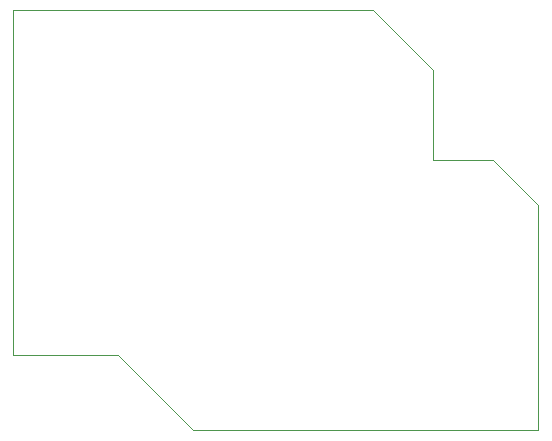
<source format=gbr>
G04 #@! TF.GenerationSoftware,KiCad,Pcbnew,(5.1.2)-2*
G04 #@! TF.CreationDate,2019-07-31T13:01:32-07:00*
G04 #@! TF.ProjectId,ER Valve Board,45522056-616c-4766-9520-426f6172642e,rev?*
G04 #@! TF.SameCoordinates,Original*
G04 #@! TF.FileFunction,Profile,NP*
%FSLAX46Y46*%
G04 Gerber Fmt 4.6, Leading zero omitted, Abs format (unit mm)*
G04 Created by KiCad (PCBNEW (5.1.2)-2) date 2019-07-31 13:01:32*
%MOMM*%
%LPD*%
G04 APERTURE LIST*
%ADD10C,0.050000*%
G04 APERTURE END LIST*
D10*
X105410000Y-82550000D02*
X105410000Y-111760000D01*
X120650000Y-118110000D02*
X149860000Y-118110000D01*
X114300000Y-111760000D02*
X120650000Y-118110000D01*
X105410000Y-111760000D02*
X114300000Y-111760000D01*
X135890000Y-82550000D02*
X105410000Y-82550000D01*
X140970000Y-87630000D02*
X140970000Y-95250000D01*
X149860000Y-99060000D02*
X149860000Y-118110000D01*
X140970000Y-95250000D02*
X146050000Y-95250000D01*
X146050000Y-95250000D02*
X149860000Y-99060000D01*
X140970000Y-87630000D02*
X135890000Y-82550000D01*
M02*

</source>
